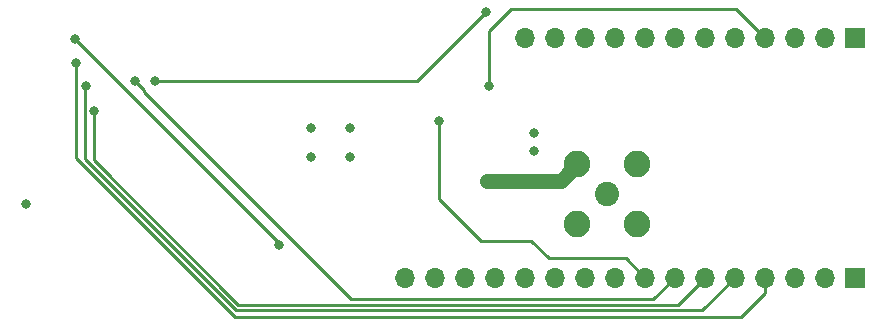
<source format=gbr>
G04 #@! TF.GenerationSoftware,KiCad,Pcbnew,(6.0.7-1)-1*
G04 #@! TF.CreationDate,2023-10-03T00:10:03-07:00*
G04 #@! TF.ProjectId,FeatherWing_KC5,46656174-6865-4725-9769-6e675f4b4335,rev?*
G04 #@! TF.SameCoordinates,Original*
G04 #@! TF.FileFunction,Copper,L4,Bot*
G04 #@! TF.FilePolarity,Positive*
%FSLAX46Y46*%
G04 Gerber Fmt 4.6, Leading zero omitted, Abs format (unit mm)*
G04 Created by KiCad (PCBNEW (6.0.7-1)-1) date 2023-10-03 00:10:03*
%MOMM*%
%LPD*%
G01*
G04 APERTURE LIST*
G04 #@! TA.AperFunction,ComponentPad*
%ADD10C,2.050000*%
G04 #@! TD*
G04 #@! TA.AperFunction,ComponentPad*
%ADD11C,2.250000*%
G04 #@! TD*
G04 #@! TA.AperFunction,ComponentPad*
%ADD12R,1.700000X1.700000*%
G04 #@! TD*
G04 #@! TA.AperFunction,ComponentPad*
%ADD13O,1.700000X1.700000*%
G04 #@! TD*
G04 #@! TA.AperFunction,ViaPad*
%ADD14C,0.800000*%
G04 #@! TD*
G04 #@! TA.AperFunction,Conductor*
%ADD15C,0.250000*%
G04 #@! TD*
G04 #@! TA.AperFunction,Conductor*
%ADD16C,1.300000*%
G04 #@! TD*
G04 APERTURE END LIST*
D10*
X96460000Y-59157500D03*
D11*
X99000000Y-61697500D03*
X99000000Y-56617500D03*
X93920000Y-61697500D03*
X93920000Y-56617500D03*
D12*
X117440000Y-66230000D03*
D13*
X114900000Y-66230000D03*
X112360000Y-66230000D03*
X109820000Y-66230000D03*
X107280000Y-66230000D03*
X104740000Y-66230000D03*
X102200000Y-66230000D03*
X99660000Y-66230000D03*
X97120000Y-66230000D03*
X94580000Y-66230000D03*
X92040000Y-66230000D03*
X89500000Y-66230000D03*
X86960000Y-66230000D03*
X84420000Y-66230000D03*
X81880000Y-66230000D03*
X79340000Y-66230000D03*
D12*
X117440000Y-45910000D03*
D13*
X114900000Y-45910000D03*
X112360000Y-45910000D03*
X109820000Y-45910000D03*
X107280000Y-45910000D03*
X104740000Y-45910000D03*
X102200000Y-45910000D03*
X99660000Y-45910000D03*
X97120000Y-45910000D03*
X94580000Y-45910000D03*
X92040000Y-45910000D03*
X89500000Y-45910000D03*
D14*
X51490000Y-48080000D03*
X52310000Y-50000000D03*
X52990000Y-52140000D03*
X74650000Y-53600000D03*
X90270000Y-55490000D03*
X86260000Y-58020000D03*
X47240000Y-60010000D03*
X71380000Y-53600000D03*
X74650000Y-56050000D03*
X71380000Y-56050000D03*
X56520000Y-49630000D03*
X58180000Y-49620000D03*
X86210000Y-43750000D03*
X90270000Y-53970000D03*
X86450000Y-50000000D03*
X82250000Y-52950000D03*
X68680000Y-63440000D03*
X51420000Y-46060000D03*
D15*
X109820000Y-67520000D02*
X109820000Y-66230000D01*
X64957208Y-69550000D02*
X107790000Y-69550000D01*
X51490000Y-56082792D02*
X64957208Y-69550000D01*
X51490000Y-48080000D02*
X51490000Y-56082792D01*
X107790000Y-69550000D02*
X109820000Y-67520000D01*
X52265000Y-56221396D02*
X65023604Y-68980000D01*
X104530000Y-68980000D02*
X107280000Y-66230000D01*
X52265000Y-50045000D02*
X52265000Y-56221396D01*
X52310000Y-50000000D02*
X52265000Y-50045000D01*
X65023604Y-68980000D02*
X104530000Y-68980000D01*
X52990000Y-52140000D02*
X52990000Y-56310000D01*
X102440000Y-68530000D02*
X104740000Y-66230000D01*
X65210000Y-68530000D02*
X102440000Y-68530000D01*
X52990000Y-56310000D02*
X65210000Y-68530000D01*
D16*
X86260000Y-58020000D02*
X92517500Y-58020000D01*
X92517500Y-58020000D02*
X93920000Y-56617500D01*
D15*
X56520000Y-49630000D02*
X57235000Y-50345000D01*
X100350000Y-68080000D02*
X102200000Y-66230000D01*
X74800000Y-68080000D02*
X100350000Y-68080000D01*
X57235000Y-50345000D02*
X57235000Y-50515000D01*
X57235000Y-50515000D02*
X74800000Y-68080000D01*
X80340000Y-49620000D02*
X86210000Y-43750000D01*
X58180000Y-49620000D02*
X80340000Y-49620000D01*
X107410000Y-43500000D02*
X109820000Y-45910000D01*
X88320000Y-43500000D02*
X107410000Y-43500000D01*
X86450000Y-50000000D02*
X86450000Y-45370000D01*
X86450000Y-45370000D02*
X88320000Y-43500000D01*
X98023557Y-64593557D02*
X99660000Y-66230000D01*
X85760000Y-63110000D02*
X90050000Y-63110000D01*
X90050000Y-63110000D02*
X91533557Y-64593557D01*
X82250000Y-59600000D02*
X85760000Y-63110000D01*
X91533557Y-64593557D02*
X98023557Y-64593557D01*
X82250000Y-52950000D02*
X82250000Y-59600000D01*
X51420000Y-46060000D02*
X68680000Y-63320000D01*
X68680000Y-63320000D02*
X68680000Y-63440000D01*
M02*

</source>
